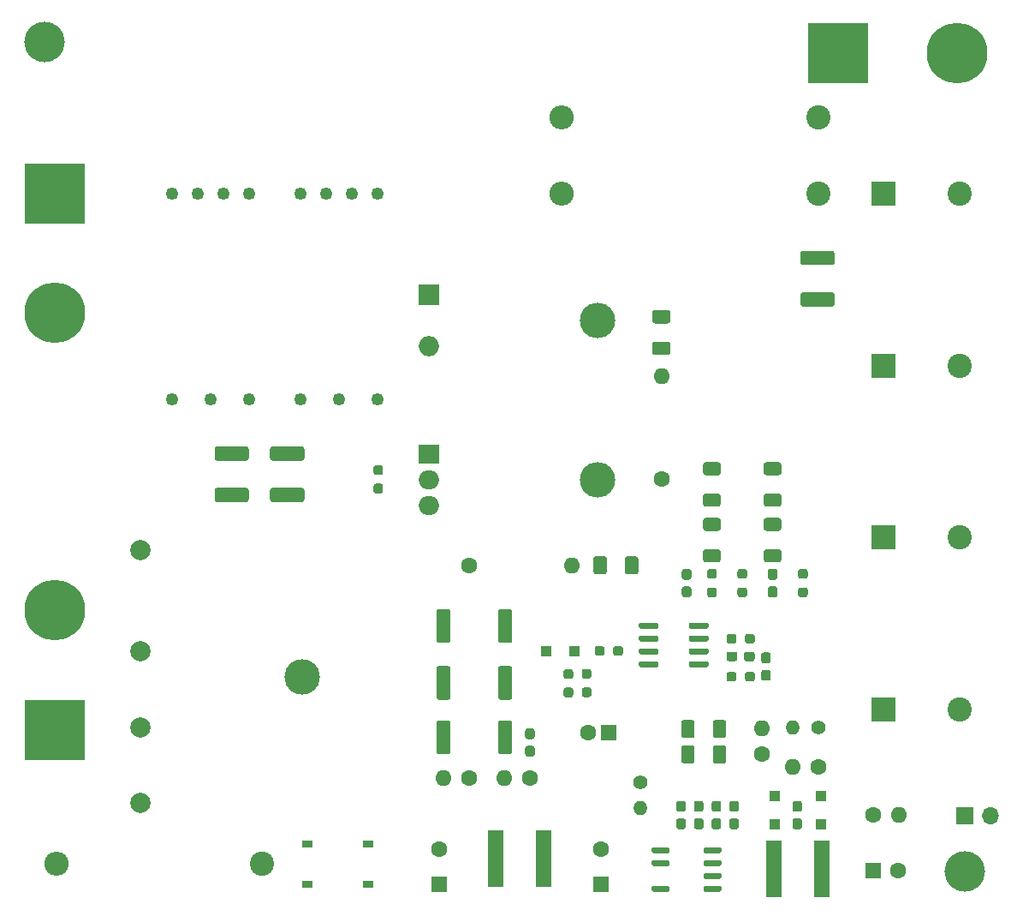
<source format=gbr>
%TF.GenerationSoftware,KiCad,Pcbnew,5.1.9-73d0e3b20d~88~ubuntu20.04.1*%
%TF.CreationDate,2021-03-11T22:23:18-06:00*%
%TF.ProjectId,pfc,7066632e-6b69-4636-9164-5f7063625858,rev?*%
%TF.SameCoordinates,Original*%
%TF.FileFunction,Soldermask,Top*%
%TF.FilePolarity,Negative*%
%FSLAX46Y46*%
G04 Gerber Fmt 4.6, Leading zero omitted, Abs format (unit mm)*
G04 Created by KiCad (PCBNEW 5.1.9-73d0e3b20d~88~ubuntu20.04.1) date 2021-03-11 22:23:18*
%MOMM*%
%LPD*%
G01*
G04 APERTURE LIST*
%ADD10C,4.000000*%
%ADD11R,5.999480X5.999480*%
%ADD12C,5.999480*%
%ADD13O,1.400000X1.400000*%
%ADD14C,1.400000*%
%ADD15O,1.600000X1.600000*%
%ADD16C,1.600000*%
%ADD17O,2.000000X1.905000*%
%ADD18R,2.000000X1.905000*%
%ADD19O,3.500000X3.500000*%
%ADD20O,2.400000X2.400000*%
%ADD21C,2.400000*%
%ADD22R,1.600000X5.700000*%
%ADD23O,1.700000X1.700000*%
%ADD24R,1.700000X1.700000*%
%ADD25R,1.100000X1.100000*%
%ADD26R,1.000000X0.700000*%
%ADD27O,2.000000X2.000000*%
%ADD28R,2.000000X2.000000*%
%ADD29R,1.600000X1.600000*%
%ADD30R,2.400000X2.400000*%
%ADD31C,1.250000*%
%ADD32C,3.500000*%
%ADD33C,2.000000*%
G04 APERTURE END LIST*
D10*
%TO.C,REF\u002A\u002A*%
X195000000Y-136250000D03*
%TD*%
%TO.C,REF\u002A\u002A*%
X104000000Y-54250000D03*
%TD*%
D11*
%TO.C,J4*%
X105000000Y-122250000D03*
D12*
X105000000Y-110450000D03*
%TD*%
%TO.C,R10*%
G36*
G01*
X157837500Y-117200001D02*
X157362500Y-117200001D01*
G75*
G02*
X157125000Y-116962501I0J237500D01*
G01*
X157125000Y-116462501D01*
G75*
G02*
X157362500Y-116225001I237500J0D01*
G01*
X157837500Y-116225001D01*
G75*
G02*
X158075000Y-116462501I0J-237500D01*
G01*
X158075000Y-116962501D01*
G75*
G02*
X157837500Y-117200001I-237500J0D01*
G01*
G37*
G36*
G01*
X157837500Y-119025001D02*
X157362500Y-119025001D01*
G75*
G02*
X157125000Y-118787501I0J237500D01*
G01*
X157125000Y-118287501D01*
G75*
G02*
X157362500Y-118050001I237500J0D01*
G01*
X157837500Y-118050001D01*
G75*
G02*
X158075000Y-118287501I0J-237500D01*
G01*
X158075000Y-118787501D01*
G75*
G02*
X157837500Y-119025001I-237500J0D01*
G01*
G37*
%TD*%
%TO.C,R9*%
G36*
G01*
X155562500Y-118075000D02*
X156037500Y-118075000D01*
G75*
G02*
X156275000Y-118312500I0J-237500D01*
G01*
X156275000Y-118812500D01*
G75*
G02*
X156037500Y-119050000I-237500J0D01*
G01*
X155562500Y-119050000D01*
G75*
G02*
X155325000Y-118812500I0J237500D01*
G01*
X155325000Y-118312500D01*
G75*
G02*
X155562500Y-118075000I237500J0D01*
G01*
G37*
G36*
G01*
X155562500Y-116250000D02*
X156037500Y-116250000D01*
G75*
G02*
X156275000Y-116487500I0J-237500D01*
G01*
X156275000Y-116987500D01*
G75*
G02*
X156037500Y-117225000I-237500J0D01*
G01*
X155562500Y-117225000D01*
G75*
G02*
X155325000Y-116987500I0J237500D01*
G01*
X155325000Y-116487500D01*
G75*
G02*
X155562500Y-116250000I237500J0D01*
G01*
G37*
%TD*%
D13*
%TO.C,R4*%
X177960000Y-122000000D03*
D14*
X180500000Y-122000000D03*
%TD*%
D13*
%TO.C,R3*%
X162940000Y-129960000D03*
D14*
X162940000Y-127420000D03*
%TD*%
D11*
%TO.C,J2*%
X182474000Y-55414000D03*
D12*
X194274000Y-55414000D03*
%TD*%
D15*
%TO.C,Rout2*%
X165000000Y-87291000D03*
D16*
X165000000Y-97451000D03*
%TD*%
D15*
%TO.C,Rout1*%
X156160000Y-106000000D03*
D16*
X146000000Y-106000000D03*
%TD*%
%TO.C,U1*%
G36*
G01*
X170938000Y-137814000D02*
X170938000Y-138114000D01*
G75*
G02*
X170788000Y-138264000I-150000J0D01*
G01*
X169338000Y-138264000D01*
G75*
G02*
X169188000Y-138114000I0J150000D01*
G01*
X169188000Y-137814000D01*
G75*
G02*
X169338000Y-137664000I150000J0D01*
G01*
X170788000Y-137664000D01*
G75*
G02*
X170938000Y-137814000I0J-150000D01*
G01*
G37*
G36*
G01*
X170938000Y-136544000D02*
X170938000Y-136844000D01*
G75*
G02*
X170788000Y-136994000I-150000J0D01*
G01*
X169338000Y-136994000D01*
G75*
G02*
X169188000Y-136844000I0J150000D01*
G01*
X169188000Y-136544000D01*
G75*
G02*
X169338000Y-136394000I150000J0D01*
G01*
X170788000Y-136394000D01*
G75*
G02*
X170938000Y-136544000I0J-150000D01*
G01*
G37*
G36*
G01*
X170938000Y-135274000D02*
X170938000Y-135574000D01*
G75*
G02*
X170788000Y-135724000I-150000J0D01*
G01*
X169338000Y-135724000D01*
G75*
G02*
X169188000Y-135574000I0J150000D01*
G01*
X169188000Y-135274000D01*
G75*
G02*
X169338000Y-135124000I150000J0D01*
G01*
X170788000Y-135124000D01*
G75*
G02*
X170938000Y-135274000I0J-150000D01*
G01*
G37*
G36*
G01*
X170938000Y-134004000D02*
X170938000Y-134304000D01*
G75*
G02*
X170788000Y-134454000I-150000J0D01*
G01*
X169338000Y-134454000D01*
G75*
G02*
X169188000Y-134304000I0J150000D01*
G01*
X169188000Y-134004000D01*
G75*
G02*
X169338000Y-133854000I150000J0D01*
G01*
X170788000Y-133854000D01*
G75*
G02*
X170938000Y-134004000I0J-150000D01*
G01*
G37*
G36*
G01*
X165788000Y-134004000D02*
X165788000Y-134304000D01*
G75*
G02*
X165638000Y-134454000I-150000J0D01*
G01*
X164188000Y-134454000D01*
G75*
G02*
X164038000Y-134304000I0J150000D01*
G01*
X164038000Y-134004000D01*
G75*
G02*
X164188000Y-133854000I150000J0D01*
G01*
X165638000Y-133854000D01*
G75*
G02*
X165788000Y-134004000I0J-150000D01*
G01*
G37*
G36*
G01*
X165788000Y-135274000D02*
X165788000Y-135574000D01*
G75*
G02*
X165638000Y-135724000I-150000J0D01*
G01*
X164188000Y-135724000D01*
G75*
G02*
X164038000Y-135574000I0J150000D01*
G01*
X164038000Y-135274000D01*
G75*
G02*
X164188000Y-135124000I150000J0D01*
G01*
X165638000Y-135124000D01*
G75*
G02*
X165788000Y-135274000I0J-150000D01*
G01*
G37*
G36*
G01*
X165788000Y-137814000D02*
X165788000Y-138114000D01*
G75*
G02*
X165638000Y-138264000I-150000J0D01*
G01*
X164188000Y-138264000D01*
G75*
G02*
X164038000Y-138114000I0J150000D01*
G01*
X164038000Y-137814000D01*
G75*
G02*
X164188000Y-137664000I150000J0D01*
G01*
X165638000Y-137664000D01*
G75*
G02*
X165788000Y-137814000I0J-150000D01*
G01*
G37*
%TD*%
D17*
%TO.C,Q1*%
X142000000Y-100080000D03*
X142000000Y-97540000D03*
D18*
X142000000Y-95000000D03*
D19*
X158660000Y-97540000D03*
%TD*%
%TO.C,U2*%
G36*
G01*
X164706800Y-115614400D02*
X164706800Y-115914400D01*
G75*
G02*
X164556800Y-116064400I-150000J0D01*
G01*
X162906800Y-116064400D01*
G75*
G02*
X162756800Y-115914400I0J150000D01*
G01*
X162756800Y-115614400D01*
G75*
G02*
X162906800Y-115464400I150000J0D01*
G01*
X164556800Y-115464400D01*
G75*
G02*
X164706800Y-115614400I0J-150000D01*
G01*
G37*
G36*
G01*
X164706800Y-114344400D02*
X164706800Y-114644400D01*
G75*
G02*
X164556800Y-114794400I-150000J0D01*
G01*
X162906800Y-114794400D01*
G75*
G02*
X162756800Y-114644400I0J150000D01*
G01*
X162756800Y-114344400D01*
G75*
G02*
X162906800Y-114194400I150000J0D01*
G01*
X164556800Y-114194400D01*
G75*
G02*
X164706800Y-114344400I0J-150000D01*
G01*
G37*
G36*
G01*
X164706800Y-113074400D02*
X164706800Y-113374400D01*
G75*
G02*
X164556800Y-113524400I-150000J0D01*
G01*
X162906800Y-113524400D01*
G75*
G02*
X162756800Y-113374400I0J150000D01*
G01*
X162756800Y-113074400D01*
G75*
G02*
X162906800Y-112924400I150000J0D01*
G01*
X164556800Y-112924400D01*
G75*
G02*
X164706800Y-113074400I0J-150000D01*
G01*
G37*
G36*
G01*
X164706800Y-111804400D02*
X164706800Y-112104400D01*
G75*
G02*
X164556800Y-112254400I-150000J0D01*
G01*
X162906800Y-112254400D01*
G75*
G02*
X162756800Y-112104400I0J150000D01*
G01*
X162756800Y-111804400D01*
G75*
G02*
X162906800Y-111654400I150000J0D01*
G01*
X164556800Y-111654400D01*
G75*
G02*
X164706800Y-111804400I0J-150000D01*
G01*
G37*
G36*
G01*
X169656800Y-111804400D02*
X169656800Y-112104400D01*
G75*
G02*
X169506800Y-112254400I-150000J0D01*
G01*
X167856800Y-112254400D01*
G75*
G02*
X167706800Y-112104400I0J150000D01*
G01*
X167706800Y-111804400D01*
G75*
G02*
X167856800Y-111654400I150000J0D01*
G01*
X169506800Y-111654400D01*
G75*
G02*
X169656800Y-111804400I0J-150000D01*
G01*
G37*
G36*
G01*
X169656800Y-113074400D02*
X169656800Y-113374400D01*
G75*
G02*
X169506800Y-113524400I-150000J0D01*
G01*
X167856800Y-113524400D01*
G75*
G02*
X167706800Y-113374400I0J150000D01*
G01*
X167706800Y-113074400D01*
G75*
G02*
X167856800Y-112924400I150000J0D01*
G01*
X169506800Y-112924400D01*
G75*
G02*
X169656800Y-113074400I0J-150000D01*
G01*
G37*
G36*
G01*
X169656800Y-114344400D02*
X169656800Y-114644400D01*
G75*
G02*
X169506800Y-114794400I-150000J0D01*
G01*
X167856800Y-114794400D01*
G75*
G02*
X167706800Y-114644400I0J150000D01*
G01*
X167706800Y-114344400D01*
G75*
G02*
X167856800Y-114194400I150000J0D01*
G01*
X169506800Y-114194400D01*
G75*
G02*
X169656800Y-114344400I0J-150000D01*
G01*
G37*
G36*
G01*
X169656800Y-115614400D02*
X169656800Y-115914400D01*
G75*
G02*
X169506800Y-116064400I-150000J0D01*
G01*
X167856800Y-116064400D01*
G75*
G02*
X167706800Y-115914400I0J150000D01*
G01*
X167706800Y-115614400D01*
G75*
G02*
X167856800Y-115464400I150000J0D01*
G01*
X169506800Y-115464400D01*
G75*
G02*
X169656800Y-115614400I0J-150000D01*
G01*
G37*
%TD*%
%TO.C,Rvsl2*%
G36*
G01*
X172762500Y-108175000D02*
X173237500Y-108175000D01*
G75*
G02*
X173475000Y-108412500I0J-237500D01*
G01*
X173475000Y-108912500D01*
G75*
G02*
X173237500Y-109150000I-237500J0D01*
G01*
X172762500Y-109150000D01*
G75*
G02*
X172525000Y-108912500I0J237500D01*
G01*
X172525000Y-108412500D01*
G75*
G02*
X172762500Y-108175000I237500J0D01*
G01*
G37*
G36*
G01*
X172762500Y-106350000D02*
X173237500Y-106350000D01*
G75*
G02*
X173475000Y-106587500I0J-237500D01*
G01*
X173475000Y-107087500D01*
G75*
G02*
X173237500Y-107325000I-237500J0D01*
G01*
X172762500Y-107325000D01*
G75*
G02*
X172525000Y-107087500I0J237500D01*
G01*
X172525000Y-106587500D01*
G75*
G02*
X172762500Y-106350000I237500J0D01*
G01*
G37*
%TD*%
%TO.C,Rvsl1*%
G36*
G01*
X169762500Y-108175000D02*
X170237500Y-108175000D01*
G75*
G02*
X170475000Y-108412500I0J-237500D01*
G01*
X170475000Y-108912500D01*
G75*
G02*
X170237500Y-109150000I-237500J0D01*
G01*
X169762500Y-109150000D01*
G75*
G02*
X169525000Y-108912500I0J237500D01*
G01*
X169525000Y-108412500D01*
G75*
G02*
X169762500Y-108175000I237500J0D01*
G01*
G37*
G36*
G01*
X169762500Y-106350000D02*
X170237500Y-106350000D01*
G75*
G02*
X170475000Y-106587500I0J-237500D01*
G01*
X170475000Y-107087500D01*
G75*
G02*
X170237500Y-107325000I-237500J0D01*
G01*
X169762500Y-107325000D01*
G75*
G02*
X169525000Y-107087500I0J237500D01*
G01*
X169525000Y-106587500D01*
G75*
G02*
X169762500Y-106350000I237500J0D01*
G01*
G37*
%TD*%
%TO.C,Rvsh2*%
G36*
G01*
X169375000Y-104400000D02*
X170625000Y-104400000D01*
G75*
G02*
X170875000Y-104650000I0J-250000D01*
G01*
X170875000Y-105450000D01*
G75*
G02*
X170625000Y-105700000I-250000J0D01*
G01*
X169375000Y-105700000D01*
G75*
G02*
X169125000Y-105450000I0J250000D01*
G01*
X169125000Y-104650000D01*
G75*
G02*
X169375000Y-104400000I250000J0D01*
G01*
G37*
G36*
G01*
X169375000Y-101300000D02*
X170625000Y-101300000D01*
G75*
G02*
X170875000Y-101550000I0J-250000D01*
G01*
X170875000Y-102350000D01*
G75*
G02*
X170625000Y-102600000I-250000J0D01*
G01*
X169375000Y-102600000D01*
G75*
G02*
X169125000Y-102350000I0J250000D01*
G01*
X169125000Y-101550000D01*
G75*
G02*
X169375000Y-101300000I250000J0D01*
G01*
G37*
%TD*%
%TO.C,Rvsh1*%
G36*
G01*
X169375000Y-98900000D02*
X170625000Y-98900000D01*
G75*
G02*
X170875000Y-99150000I0J-250000D01*
G01*
X170875000Y-99950000D01*
G75*
G02*
X170625000Y-100200000I-250000J0D01*
G01*
X169375000Y-100200000D01*
G75*
G02*
X169125000Y-99950000I0J250000D01*
G01*
X169125000Y-99150000D01*
G75*
G02*
X169375000Y-98900000I250000J0D01*
G01*
G37*
G36*
G01*
X169375000Y-95800000D02*
X170625000Y-95800000D01*
G75*
G02*
X170875000Y-96050000I0J-250000D01*
G01*
X170875000Y-96850000D01*
G75*
G02*
X170625000Y-97100000I-250000J0D01*
G01*
X169375000Y-97100000D01*
G75*
G02*
X169125000Y-96850000I0J250000D01*
G01*
X169125000Y-96050000D01*
G75*
G02*
X169375000Y-95800000I250000J0D01*
G01*
G37*
%TD*%
%TO.C,Rt1*%
G36*
G01*
X172416000Y-113012500D02*
X172416000Y-113487500D01*
G75*
G02*
X172178500Y-113725000I-237500J0D01*
G01*
X171678500Y-113725000D01*
G75*
G02*
X171441000Y-113487500I0J237500D01*
G01*
X171441000Y-113012500D01*
G75*
G02*
X171678500Y-112775000I237500J0D01*
G01*
X172178500Y-112775000D01*
G75*
G02*
X172416000Y-113012500I0J-237500D01*
G01*
G37*
G36*
G01*
X174241000Y-113012500D02*
X174241000Y-113487500D01*
G75*
G02*
X174003500Y-113725000I-237500J0D01*
G01*
X173503500Y-113725000D01*
G75*
G02*
X173266000Y-113487500I0J237500D01*
G01*
X173266000Y-113012500D01*
G75*
G02*
X173503500Y-112775000I237500J0D01*
G01*
X174003500Y-112775000D01*
G75*
G02*
X174241000Y-113012500I0J-237500D01*
G01*
G37*
%TD*%
%TO.C,Rovpl1*%
G36*
G01*
X178762500Y-108175000D02*
X179237500Y-108175000D01*
G75*
G02*
X179475000Y-108412500I0J-237500D01*
G01*
X179475000Y-108912500D01*
G75*
G02*
X179237500Y-109150000I-237500J0D01*
G01*
X178762500Y-109150000D01*
G75*
G02*
X178525000Y-108912500I0J237500D01*
G01*
X178525000Y-108412500D01*
G75*
G02*
X178762500Y-108175000I237500J0D01*
G01*
G37*
G36*
G01*
X178762500Y-106350000D02*
X179237500Y-106350000D01*
G75*
G02*
X179475000Y-106587500I0J-237500D01*
G01*
X179475000Y-107087500D01*
G75*
G02*
X179237500Y-107325000I-237500J0D01*
G01*
X178762500Y-107325000D01*
G75*
G02*
X178525000Y-107087500I0J237500D01*
G01*
X178525000Y-106587500D01*
G75*
G02*
X178762500Y-106350000I237500J0D01*
G01*
G37*
%TD*%
%TO.C,Rovph2*%
G36*
G01*
X175375000Y-104400000D02*
X176625000Y-104400000D01*
G75*
G02*
X176875000Y-104650000I0J-250000D01*
G01*
X176875000Y-105450000D01*
G75*
G02*
X176625000Y-105700000I-250000J0D01*
G01*
X175375000Y-105700000D01*
G75*
G02*
X175125000Y-105450000I0J250000D01*
G01*
X175125000Y-104650000D01*
G75*
G02*
X175375000Y-104400000I250000J0D01*
G01*
G37*
G36*
G01*
X175375000Y-101300000D02*
X176625000Y-101300000D01*
G75*
G02*
X176875000Y-101550000I0J-250000D01*
G01*
X176875000Y-102350000D01*
G75*
G02*
X176625000Y-102600000I-250000J0D01*
G01*
X175375000Y-102600000D01*
G75*
G02*
X175125000Y-102350000I0J250000D01*
G01*
X175125000Y-101550000D01*
G75*
G02*
X175375000Y-101300000I250000J0D01*
G01*
G37*
%TD*%
%TO.C,Rovph1*%
G36*
G01*
X175375000Y-98900000D02*
X176625000Y-98900000D01*
G75*
G02*
X176875000Y-99150000I0J-250000D01*
G01*
X176875000Y-99950000D01*
G75*
G02*
X176625000Y-100200000I-250000J0D01*
G01*
X175375000Y-100200000D01*
G75*
G02*
X175125000Y-99950000I0J250000D01*
G01*
X175125000Y-99150000D01*
G75*
G02*
X175375000Y-98900000I250000J0D01*
G01*
G37*
G36*
G01*
X175375000Y-95800000D02*
X176625000Y-95800000D01*
G75*
G02*
X176875000Y-96050000I0J-250000D01*
G01*
X176875000Y-96850000D01*
G75*
G02*
X176625000Y-97100000I-250000J0D01*
G01*
X175375000Y-97100000D01*
G75*
G02*
X175125000Y-96850000I0J250000D01*
G01*
X175125000Y-96050000D01*
G75*
G02*
X175375000Y-95800000I250000J0D01*
G01*
G37*
%TD*%
%TO.C,R11*%
G36*
G01*
X160225000Y-114687500D02*
X160225000Y-114212500D01*
G75*
G02*
X160462500Y-113975000I237500J0D01*
G01*
X160962500Y-113975000D01*
G75*
G02*
X161200000Y-114212500I0J-237500D01*
G01*
X161200000Y-114687500D01*
G75*
G02*
X160962500Y-114925000I-237500J0D01*
G01*
X160462500Y-114925000D01*
G75*
G02*
X160225000Y-114687500I0J237500D01*
G01*
G37*
G36*
G01*
X158400000Y-114687500D02*
X158400000Y-114212500D01*
G75*
G02*
X158637500Y-113975000I237500J0D01*
G01*
X159137500Y-113975000D01*
G75*
G02*
X159375000Y-114212500I0J-237500D01*
G01*
X159375000Y-114687500D01*
G75*
G02*
X159137500Y-114925000I-237500J0D01*
G01*
X158637500Y-114925000D01*
G75*
G02*
X158400000Y-114687500I0J237500D01*
G01*
G37*
%TD*%
D15*
%TO.C,Risf2*%
X149460000Y-127000000D03*
D16*
X152000000Y-127000000D03*
%TD*%
D15*
%TO.C,Risf1*%
X143460000Y-127000000D03*
D16*
X146000000Y-127000000D03*
%TD*%
%TO.C,Ris3*%
G36*
G01*
X148850000Y-124425001D02*
X148850000Y-121574999D01*
G75*
G02*
X149099999Y-121325000I249999J0D01*
G01*
X150000001Y-121325000D01*
G75*
G02*
X150250000Y-121574999I0J-249999D01*
G01*
X150250000Y-124425001D01*
G75*
G02*
X150000001Y-124675000I-249999J0D01*
G01*
X149099999Y-124675000D01*
G75*
G02*
X148850000Y-124425001I0J249999D01*
G01*
G37*
G36*
G01*
X142750000Y-124425001D02*
X142750000Y-121574999D01*
G75*
G02*
X142999999Y-121325000I249999J0D01*
G01*
X143900001Y-121325000D01*
G75*
G02*
X144150000Y-121574999I0J-249999D01*
G01*
X144150000Y-124425001D01*
G75*
G02*
X143900001Y-124675000I-249999J0D01*
G01*
X142999999Y-124675000D01*
G75*
G02*
X142750000Y-124425001I0J249999D01*
G01*
G37*
%TD*%
%TO.C,Ris2*%
G36*
G01*
X148850000Y-119025001D02*
X148850000Y-116174999D01*
G75*
G02*
X149099999Y-115925000I249999J0D01*
G01*
X150000001Y-115925000D01*
G75*
G02*
X150250000Y-116174999I0J-249999D01*
G01*
X150250000Y-119025001D01*
G75*
G02*
X150000001Y-119275000I-249999J0D01*
G01*
X149099999Y-119275000D01*
G75*
G02*
X148850000Y-119025001I0J249999D01*
G01*
G37*
G36*
G01*
X142750000Y-119025001D02*
X142750000Y-116174999D01*
G75*
G02*
X142999999Y-115925000I249999J0D01*
G01*
X143900001Y-115925000D01*
G75*
G02*
X144150000Y-116174999I0J-249999D01*
G01*
X144150000Y-119025001D01*
G75*
G02*
X143900001Y-119275000I-249999J0D01*
G01*
X142999999Y-119275000D01*
G75*
G02*
X142750000Y-119025001I0J249999D01*
G01*
G37*
%TD*%
%TO.C,Ris1*%
G36*
G01*
X148850000Y-113425001D02*
X148850000Y-110574999D01*
G75*
G02*
X149099999Y-110325000I249999J0D01*
G01*
X150000001Y-110325000D01*
G75*
G02*
X150250000Y-110574999I0J-249999D01*
G01*
X150250000Y-113425001D01*
G75*
G02*
X150000001Y-113675000I-249999J0D01*
G01*
X149099999Y-113675000D01*
G75*
G02*
X148850000Y-113425001I0J249999D01*
G01*
G37*
G36*
G01*
X142750000Y-113425001D02*
X142750000Y-110574999D01*
G75*
G02*
X142999999Y-110325000I249999J0D01*
G01*
X143900001Y-110325000D01*
G75*
G02*
X144150000Y-110574999I0J-249999D01*
G01*
X144150000Y-113425001D01*
G75*
G02*
X143900001Y-113675000I-249999J0D01*
G01*
X142999999Y-113675000D01*
G75*
G02*
X142750000Y-113425001I0J249999D01*
G01*
G37*
%TD*%
%TO.C,Rgs1*%
G36*
G01*
X137237500Y-97075000D02*
X136762500Y-97075000D01*
G75*
G02*
X136525000Y-96837500I0J237500D01*
G01*
X136525000Y-96337500D01*
G75*
G02*
X136762500Y-96100000I237500J0D01*
G01*
X137237500Y-96100000D01*
G75*
G02*
X137475000Y-96337500I0J-237500D01*
G01*
X137475000Y-96837500D01*
G75*
G02*
X137237500Y-97075000I-237500J0D01*
G01*
G37*
G36*
G01*
X137237500Y-98900000D02*
X136762500Y-98900000D01*
G75*
G02*
X136525000Y-98662500I0J237500D01*
G01*
X136525000Y-98162500D01*
G75*
G02*
X136762500Y-97925000I237500J0D01*
G01*
X137237500Y-97925000D01*
G75*
G02*
X137475000Y-98162500I0J-237500D01*
G01*
X137475000Y-98662500D01*
G75*
G02*
X137237500Y-98900000I-237500J0D01*
G01*
G37*
%TD*%
%TO.C,Reo1*%
G36*
G01*
X173266000Y-117237500D02*
X173266000Y-116762500D01*
G75*
G02*
X173503500Y-116525000I237500J0D01*
G01*
X174003500Y-116525000D01*
G75*
G02*
X174241000Y-116762500I0J-237500D01*
G01*
X174241000Y-117237500D01*
G75*
G02*
X174003500Y-117475000I-237500J0D01*
G01*
X173503500Y-117475000D01*
G75*
G02*
X173266000Y-117237500I0J237500D01*
G01*
G37*
G36*
G01*
X171441000Y-117237500D02*
X171441000Y-116762500D01*
G75*
G02*
X171678500Y-116525000I237500J0D01*
G01*
X172178500Y-116525000D01*
G75*
G02*
X172416000Y-116762500I0J-237500D01*
G01*
X172416000Y-117237500D01*
G75*
G02*
X172178500Y-117475000I-237500J0D01*
G01*
X171678500Y-117475000D01*
G75*
G02*
X171441000Y-117237500I0J237500D01*
G01*
G37*
%TD*%
D20*
%TO.C,R8*%
X155100000Y-61700000D03*
D21*
X180500000Y-61700000D03*
%TD*%
D20*
%TO.C,R7*%
X155100000Y-69250000D03*
D21*
X180500000Y-69250000D03*
%TD*%
D15*
%TO.C,R6*%
X188480000Y-130670000D03*
D16*
X185940000Y-130670000D03*
%TD*%
D15*
%TO.C,R5*%
X177960000Y-125920000D03*
D16*
X180500000Y-125920000D03*
%TD*%
D15*
%TO.C,R2*%
X174940000Y-122130000D03*
D16*
X174940000Y-124670000D03*
%TD*%
D20*
%TO.C,R1*%
X105180000Y-135500000D03*
D21*
X125500000Y-135500000D03*
%TD*%
D22*
%TO.C,L3*%
X176150000Y-136000000D03*
X180850000Y-136000000D03*
%TD*%
%TO.C,L2*%
X148650000Y-135000000D03*
X153350000Y-135000000D03*
%TD*%
D23*
%TO.C,J3*%
X197540000Y-130750000D03*
D24*
X195000000Y-130750000D03*
%TD*%
D25*
%TO.C,D6*%
X180750000Y-131570000D03*
X180750000Y-128770000D03*
%TD*%
%TO.C,D5*%
X176190000Y-128770000D03*
X176190000Y-131570000D03*
%TD*%
D26*
%TO.C,D4*%
X130025000Y-137500000D03*
X130025000Y-133500000D03*
X135975000Y-133500000D03*
X135975000Y-137500000D03*
%TD*%
D25*
%TO.C,D3*%
X153600000Y-114500000D03*
X156400000Y-114500000D03*
%TD*%
D27*
%TO.C,D2*%
X142000000Y-84330000D03*
D28*
X142000000Y-79250000D03*
D19*
X158660000Y-81790000D03*
%TD*%
%TO.C,Cisf1*%
G36*
G01*
X152237500Y-123175000D02*
X151762500Y-123175000D01*
G75*
G02*
X151525000Y-122937500I0J237500D01*
G01*
X151525000Y-122337500D01*
G75*
G02*
X151762500Y-122100000I237500J0D01*
G01*
X152237500Y-122100000D01*
G75*
G02*
X152475000Y-122337500I0J-237500D01*
G01*
X152475000Y-122937500D01*
G75*
G02*
X152237500Y-123175000I-237500J0D01*
G01*
G37*
G36*
G01*
X152237500Y-124900000D02*
X151762500Y-124900000D01*
G75*
G02*
X151525000Y-124662500I0J237500D01*
G01*
X151525000Y-124062500D01*
G75*
G02*
X151762500Y-123825000I237500J0D01*
G01*
X152237500Y-123825000D01*
G75*
G02*
X152475000Y-124062500I0J-237500D01*
G01*
X152475000Y-124662500D01*
G75*
G02*
X152237500Y-124900000I-237500J0D01*
G01*
G37*
%TD*%
%TO.C,Ceo2*%
G36*
G01*
X175578500Y-115675000D02*
X175103500Y-115675000D01*
G75*
G02*
X174866000Y-115437500I0J237500D01*
G01*
X174866000Y-114837500D01*
G75*
G02*
X175103500Y-114600000I237500J0D01*
G01*
X175578500Y-114600000D01*
G75*
G02*
X175816000Y-114837500I0J-237500D01*
G01*
X175816000Y-115437500D01*
G75*
G02*
X175578500Y-115675000I-237500J0D01*
G01*
G37*
G36*
G01*
X175578500Y-117400000D02*
X175103500Y-117400000D01*
G75*
G02*
X174866000Y-117162500I0J237500D01*
G01*
X174866000Y-116562500D01*
G75*
G02*
X175103500Y-116325000I237500J0D01*
G01*
X175578500Y-116325000D01*
G75*
G02*
X175816000Y-116562500I0J-237500D01*
G01*
X175816000Y-117162500D01*
G75*
G02*
X175578500Y-117400000I-237500J0D01*
G01*
G37*
%TD*%
%TO.C,Ceo1*%
G36*
G01*
X173166000Y-115237500D02*
X173166000Y-114762500D01*
G75*
G02*
X173403500Y-114525000I237500J0D01*
G01*
X174003500Y-114525000D01*
G75*
G02*
X174241000Y-114762500I0J-237500D01*
G01*
X174241000Y-115237500D01*
G75*
G02*
X174003500Y-115475000I-237500J0D01*
G01*
X173403500Y-115475000D01*
G75*
G02*
X173166000Y-115237500I0J237500D01*
G01*
G37*
G36*
G01*
X171441000Y-115237500D02*
X171441000Y-114762500D01*
G75*
G02*
X171678500Y-114525000I237500J0D01*
G01*
X172278500Y-114525000D01*
G75*
G02*
X172516000Y-114762500I0J-237500D01*
G01*
X172516000Y-115237500D01*
G75*
G02*
X172278500Y-115475000I-237500J0D01*
G01*
X171678500Y-115475000D01*
G75*
G02*
X171441000Y-115237500I0J237500D01*
G01*
G37*
%TD*%
D16*
%TO.C,C22*%
X188440000Y-136170000D03*
D29*
X185940000Y-136170000D03*
%TD*%
%TO.C,C21*%
G36*
G01*
X178202500Y-130995000D02*
X178677500Y-130995000D01*
G75*
G02*
X178915000Y-131232500I0J-237500D01*
G01*
X178915000Y-131832500D01*
G75*
G02*
X178677500Y-132070000I-237500J0D01*
G01*
X178202500Y-132070000D01*
G75*
G02*
X177965000Y-131832500I0J237500D01*
G01*
X177965000Y-131232500D01*
G75*
G02*
X178202500Y-130995000I237500J0D01*
G01*
G37*
G36*
G01*
X178202500Y-129270000D02*
X178677500Y-129270000D01*
G75*
G02*
X178915000Y-129507500I0J-237500D01*
G01*
X178915000Y-130107500D01*
G75*
G02*
X178677500Y-130345000I-237500J0D01*
G01*
X178202500Y-130345000D01*
G75*
G02*
X177965000Y-130107500I0J237500D01*
G01*
X177965000Y-129507500D01*
G75*
G02*
X178202500Y-129270000I237500J0D01*
G01*
G37*
%TD*%
%TO.C,C20*%
G36*
G01*
X170090000Y-122820001D02*
X170090000Y-121519999D01*
G75*
G02*
X170339999Y-121270000I249999J0D01*
G01*
X171165001Y-121270000D01*
G75*
G02*
X171415000Y-121519999I0J-249999D01*
G01*
X171415000Y-122820001D01*
G75*
G02*
X171165001Y-123070000I-249999J0D01*
G01*
X170339999Y-123070000D01*
G75*
G02*
X170090000Y-122820001I0J249999D01*
G01*
G37*
G36*
G01*
X166965000Y-122820001D02*
X166965000Y-121519999D01*
G75*
G02*
X167214999Y-121270000I249999J0D01*
G01*
X168040001Y-121270000D01*
G75*
G02*
X168290000Y-121519999I0J-249999D01*
G01*
X168290000Y-122820001D01*
G75*
G02*
X168040001Y-123070000I-249999J0D01*
G01*
X167214999Y-123070000D01*
G75*
G02*
X166965000Y-122820001I0J249999D01*
G01*
G37*
%TD*%
%TO.C,C19*%
G36*
G01*
X170090000Y-125320001D02*
X170090000Y-124019999D01*
G75*
G02*
X170339999Y-123770000I249999J0D01*
G01*
X171165001Y-123770000D01*
G75*
G02*
X171415000Y-124019999I0J-249999D01*
G01*
X171415000Y-125320001D01*
G75*
G02*
X171165001Y-125570000I-249999J0D01*
G01*
X170339999Y-125570000D01*
G75*
G02*
X170090000Y-125320001I0J249999D01*
G01*
G37*
G36*
G01*
X166965000Y-125320001D02*
X166965000Y-124019999D01*
G75*
G02*
X167214999Y-123770000I249999J0D01*
G01*
X168040001Y-123770000D01*
G75*
G02*
X168290000Y-124019999I0J-249999D01*
G01*
X168290000Y-125320001D01*
G75*
G02*
X168040001Y-125570000I-249999J0D01*
G01*
X167214999Y-125570000D01*
G75*
G02*
X166965000Y-125320001I0J249999D01*
G01*
G37*
%TD*%
%TO.C,C18*%
G36*
G01*
X171952500Y-130995000D02*
X172427500Y-130995000D01*
G75*
G02*
X172665000Y-131232500I0J-237500D01*
G01*
X172665000Y-131832500D01*
G75*
G02*
X172427500Y-132070000I-237500J0D01*
G01*
X171952500Y-132070000D01*
G75*
G02*
X171715000Y-131832500I0J237500D01*
G01*
X171715000Y-131232500D01*
G75*
G02*
X171952500Y-130995000I237500J0D01*
G01*
G37*
G36*
G01*
X171952500Y-129270000D02*
X172427500Y-129270000D01*
G75*
G02*
X172665000Y-129507500I0J-237500D01*
G01*
X172665000Y-130107500D01*
G75*
G02*
X172427500Y-130345000I-237500J0D01*
G01*
X171952500Y-130345000D01*
G75*
G02*
X171715000Y-130107500I0J237500D01*
G01*
X171715000Y-129507500D01*
G75*
G02*
X171952500Y-129270000I237500J0D01*
G01*
G37*
%TD*%
%TO.C,C17*%
G36*
G01*
X170202500Y-130995000D02*
X170677500Y-130995000D01*
G75*
G02*
X170915000Y-131232500I0J-237500D01*
G01*
X170915000Y-131832500D01*
G75*
G02*
X170677500Y-132070000I-237500J0D01*
G01*
X170202500Y-132070000D01*
G75*
G02*
X169965000Y-131832500I0J237500D01*
G01*
X169965000Y-131232500D01*
G75*
G02*
X170202500Y-130995000I237500J0D01*
G01*
G37*
G36*
G01*
X170202500Y-129270000D02*
X170677500Y-129270000D01*
G75*
G02*
X170915000Y-129507500I0J-237500D01*
G01*
X170915000Y-130107500D01*
G75*
G02*
X170677500Y-130345000I-237500J0D01*
G01*
X170202500Y-130345000D01*
G75*
G02*
X169965000Y-130107500I0J237500D01*
G01*
X169965000Y-129507500D01*
G75*
G02*
X170202500Y-129270000I237500J0D01*
G01*
G37*
%TD*%
%TO.C,C16*%
G36*
G01*
X168452500Y-130995000D02*
X168927500Y-130995000D01*
G75*
G02*
X169165000Y-131232500I0J-237500D01*
G01*
X169165000Y-131832500D01*
G75*
G02*
X168927500Y-132070000I-237500J0D01*
G01*
X168452500Y-132070000D01*
G75*
G02*
X168215000Y-131832500I0J237500D01*
G01*
X168215000Y-131232500D01*
G75*
G02*
X168452500Y-130995000I237500J0D01*
G01*
G37*
G36*
G01*
X168452500Y-129270000D02*
X168927500Y-129270000D01*
G75*
G02*
X169165000Y-129507500I0J-237500D01*
G01*
X169165000Y-130107500D01*
G75*
G02*
X168927500Y-130345000I-237500J0D01*
G01*
X168452500Y-130345000D01*
G75*
G02*
X168215000Y-130107500I0J237500D01*
G01*
X168215000Y-129507500D01*
G75*
G02*
X168452500Y-129270000I237500J0D01*
G01*
G37*
%TD*%
%TO.C,C15*%
G36*
G01*
X166702500Y-130995000D02*
X167177500Y-130995000D01*
G75*
G02*
X167415000Y-131232500I0J-237500D01*
G01*
X167415000Y-131832500D01*
G75*
G02*
X167177500Y-132070000I-237500J0D01*
G01*
X166702500Y-132070000D01*
G75*
G02*
X166465000Y-131832500I0J237500D01*
G01*
X166465000Y-131232500D01*
G75*
G02*
X166702500Y-130995000I237500J0D01*
G01*
G37*
G36*
G01*
X166702500Y-129270000D02*
X167177500Y-129270000D01*
G75*
G02*
X167415000Y-129507500I0J-237500D01*
G01*
X167415000Y-130107500D01*
G75*
G02*
X167177500Y-130345000I-237500J0D01*
G01*
X166702500Y-130345000D01*
G75*
G02*
X166465000Y-130107500I0J237500D01*
G01*
X166465000Y-129507500D01*
G75*
G02*
X166702500Y-129270000I237500J0D01*
G01*
G37*
%TD*%
D16*
%TO.C,C14*%
X159000000Y-134000000D03*
D29*
X159000000Y-137500000D03*
%TD*%
D16*
%TO.C,C13*%
X143000000Y-134000000D03*
D29*
X143000000Y-137500000D03*
%TD*%
%TO.C,C12*%
G36*
G01*
X175762500Y-108075000D02*
X176237500Y-108075000D01*
G75*
G02*
X176475000Y-108312500I0J-237500D01*
G01*
X176475000Y-108912500D01*
G75*
G02*
X176237500Y-109150000I-237500J0D01*
G01*
X175762500Y-109150000D01*
G75*
G02*
X175525000Y-108912500I0J237500D01*
G01*
X175525000Y-108312500D01*
G75*
G02*
X175762500Y-108075000I237500J0D01*
G01*
G37*
G36*
G01*
X175762500Y-106350000D02*
X176237500Y-106350000D01*
G75*
G02*
X176475000Y-106587500I0J-237500D01*
G01*
X176475000Y-107187500D01*
G75*
G02*
X176237500Y-107425000I-237500J0D01*
G01*
X175762500Y-107425000D01*
G75*
G02*
X175525000Y-107187500I0J237500D01*
G01*
X175525000Y-106587500D01*
G75*
G02*
X175762500Y-106350000I237500J0D01*
G01*
G37*
%TD*%
%TO.C,C11*%
G36*
G01*
X178989999Y-79020000D02*
X181890001Y-79020000D01*
G75*
G02*
X182140000Y-79269999I0J-249999D01*
G01*
X182140000Y-80170001D01*
G75*
G02*
X181890001Y-80420000I-249999J0D01*
G01*
X178989999Y-80420000D01*
G75*
G02*
X178740000Y-80170001I0J249999D01*
G01*
X178740000Y-79269999D01*
G75*
G02*
X178989999Y-79020000I249999J0D01*
G01*
G37*
G36*
G01*
X178989999Y-74920000D02*
X181890001Y-74920000D01*
G75*
G02*
X182140000Y-75169999I0J-249999D01*
G01*
X182140000Y-76070001D01*
G75*
G02*
X181890001Y-76320000I-249999J0D01*
G01*
X178989999Y-76320000D01*
G75*
G02*
X178740000Y-76070001I0J249999D01*
G01*
X178740000Y-75169999D01*
G75*
G02*
X178989999Y-74920000I249999J0D01*
G01*
G37*
%TD*%
D21*
%TO.C,C10*%
X194500000Y-120250000D03*
D30*
X187000000Y-120250000D03*
%TD*%
D21*
%TO.C,C9*%
X194500000Y-86250000D03*
D30*
X187000000Y-86250000D03*
%TD*%
%TO.C,C8*%
G36*
G01*
X167262500Y-108075000D02*
X167737500Y-108075000D01*
G75*
G02*
X167975000Y-108312500I0J-237500D01*
G01*
X167975000Y-108912500D01*
G75*
G02*
X167737500Y-109150000I-237500J0D01*
G01*
X167262500Y-109150000D01*
G75*
G02*
X167025000Y-108912500I0J237500D01*
G01*
X167025000Y-108312500D01*
G75*
G02*
X167262500Y-108075000I237500J0D01*
G01*
G37*
G36*
G01*
X167262500Y-106350000D02*
X167737500Y-106350000D01*
G75*
G02*
X167975000Y-106587500I0J-237500D01*
G01*
X167975000Y-107187500D01*
G75*
G02*
X167737500Y-107425000I-237500J0D01*
G01*
X167262500Y-107425000D01*
G75*
G02*
X167025000Y-107187500I0J237500D01*
G01*
X167025000Y-106587500D01*
G75*
G02*
X167262500Y-106350000I237500J0D01*
G01*
G37*
%TD*%
D21*
%TO.C,C7*%
X194500000Y-69250000D03*
D30*
X187000000Y-69250000D03*
%TD*%
%TO.C,C6*%
G36*
G01*
X164349999Y-83900000D02*
X165650001Y-83900000D01*
G75*
G02*
X165900000Y-84149999I0J-249999D01*
G01*
X165900000Y-84975001D01*
G75*
G02*
X165650001Y-85225000I-249999J0D01*
G01*
X164349999Y-85225000D01*
G75*
G02*
X164100000Y-84975001I0J249999D01*
G01*
X164100000Y-84149999D01*
G75*
G02*
X164349999Y-83900000I249999J0D01*
G01*
G37*
G36*
G01*
X164349999Y-80775000D02*
X165650001Y-80775000D01*
G75*
G02*
X165900000Y-81024999I0J-249999D01*
G01*
X165900000Y-81850001D01*
G75*
G02*
X165650001Y-82100000I-249999J0D01*
G01*
X164349999Y-82100000D01*
G75*
G02*
X164100000Y-81850001I0J249999D01*
G01*
X164100000Y-81024999D01*
G75*
G02*
X164349999Y-80775000I249999J0D01*
G01*
G37*
%TD*%
D21*
%TO.C,C5*%
X194500000Y-103250000D03*
D30*
X187000000Y-103250000D03*
%TD*%
D16*
%TO.C,C4*%
X157750000Y-122500000D03*
D29*
X159750000Y-122500000D03*
%TD*%
%TO.C,C3*%
G36*
G01*
X159600000Y-105349999D02*
X159600000Y-106650001D01*
G75*
G02*
X159350001Y-106900000I-249999J0D01*
G01*
X158524999Y-106900000D01*
G75*
G02*
X158275000Y-106650001I0J249999D01*
G01*
X158275000Y-105349999D01*
G75*
G02*
X158524999Y-105100000I249999J0D01*
G01*
X159350001Y-105100000D01*
G75*
G02*
X159600000Y-105349999I0J-249999D01*
G01*
G37*
G36*
G01*
X162725000Y-105349999D02*
X162725000Y-106650001D01*
G75*
G02*
X162475001Y-106900000I-249999J0D01*
G01*
X161649999Y-106900000D01*
G75*
G02*
X161400000Y-106650001I0J249999D01*
G01*
X161400000Y-105349999D01*
G75*
G02*
X161649999Y-105100000I249999J0D01*
G01*
X162475001Y-105100000D01*
G75*
G02*
X162725000Y-105349999I0J-249999D01*
G01*
G37*
%TD*%
%TO.C,C2*%
G36*
G01*
X126549999Y-98350000D02*
X129450001Y-98350000D01*
G75*
G02*
X129700000Y-98599999I0J-249999D01*
G01*
X129700000Y-99500001D01*
G75*
G02*
X129450001Y-99750000I-249999J0D01*
G01*
X126549999Y-99750000D01*
G75*
G02*
X126300000Y-99500001I0J249999D01*
G01*
X126300000Y-98599999D01*
G75*
G02*
X126549999Y-98350000I249999J0D01*
G01*
G37*
G36*
G01*
X126549999Y-94250000D02*
X129450001Y-94250000D01*
G75*
G02*
X129700000Y-94499999I0J-249999D01*
G01*
X129700000Y-95400001D01*
G75*
G02*
X129450001Y-95650000I-249999J0D01*
G01*
X126549999Y-95650000D01*
G75*
G02*
X126300000Y-95400001I0J249999D01*
G01*
X126300000Y-94499999D01*
G75*
G02*
X126549999Y-94250000I249999J0D01*
G01*
G37*
%TD*%
%TO.C,C1*%
G36*
G01*
X121049999Y-98350000D02*
X123950001Y-98350000D01*
G75*
G02*
X124200000Y-98599999I0J-249999D01*
G01*
X124200000Y-99500001D01*
G75*
G02*
X123950001Y-99750000I-249999J0D01*
G01*
X121049999Y-99750000D01*
G75*
G02*
X120800000Y-99500001I0J249999D01*
G01*
X120800000Y-98599999D01*
G75*
G02*
X121049999Y-98350000I249999J0D01*
G01*
G37*
G36*
G01*
X121049999Y-94250000D02*
X123950001Y-94250000D01*
G75*
G02*
X124200000Y-94499999I0J-249999D01*
G01*
X124200000Y-95400001D01*
G75*
G02*
X123950001Y-95650000I-249999J0D01*
G01*
X121049999Y-95650000D01*
G75*
G02*
X120800000Y-95400001I0J249999D01*
G01*
X120800000Y-94499999D01*
G75*
G02*
X121049999Y-94250000I249999J0D01*
G01*
G37*
%TD*%
D11*
%TO.C,J1*%
X105000000Y-69250000D03*
D12*
X105000000Y-81050000D03*
%TD*%
D31*
%TO.C,L1*%
X116620000Y-69270000D03*
X116620000Y-89590000D03*
X119160000Y-69270000D03*
X121700000Y-69270000D03*
X124240000Y-69270000D03*
X129320000Y-69270000D03*
X131860000Y-69270000D03*
X134400000Y-69270000D03*
X136940000Y-69270000D03*
X120430000Y-89590000D03*
X124240000Y-89590000D03*
X129320000Y-89590000D03*
X133130000Y-89590000D03*
X136940000Y-89590000D03*
%TD*%
D32*
%TO.C,D1*%
X129500000Y-117000000D03*
D33*
X113500000Y-129500000D03*
X113500000Y-122000000D03*
X113500000Y-114500000D03*
X113500000Y-104500000D03*
%TD*%
M02*

</source>
